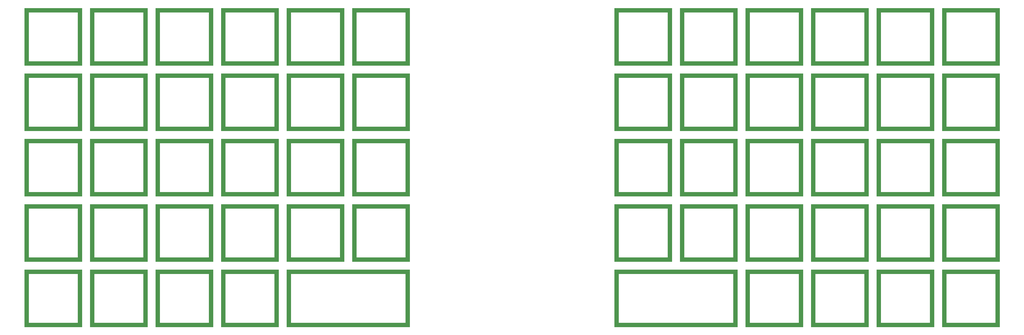
<source format=gbs>
%TF.GenerationSoftware,KiCad,Pcbnew,(5.1.10-1-10_14)*%
%TF.CreationDate,2021-08-21T09:36:11+02:00*%
%TF.ProjectId,brutal60-split,62727574-616c-4363-902d-73706c69742e,rev?*%
%TF.SameCoordinates,Original*%
%TF.FileFunction,Soldermask,Bot*%
%TF.FilePolarity,Negative*%
%FSLAX46Y46*%
G04 Gerber Fmt 4.6, Leading zero omitted, Abs format (unit mm)*
G04 Created by KiCad (PCBNEW (5.1.10-1-10_14)) date 2021-08-21 09:36:11*
%MOMM*%
%LPD*%
G01*
G04 APERTURE LIST*
%ADD10C,0.100000*%
G04 APERTURE END LIST*
D10*
G36*
X102393750Y-76676250D02*
G01*
X101203125Y-75485625D01*
X101203125Y-61198125D01*
X102393750Y-60007500D01*
X102393750Y-76676250D01*
G37*
X102393750Y-76676250D02*
X101203125Y-75485625D01*
X101203125Y-61198125D01*
X102393750Y-60007500D01*
X102393750Y-76676250D01*
G36*
X45243750Y-76676250D02*
G01*
X44053125Y-75485625D01*
X44053125Y-61198125D01*
X45243750Y-60007500D01*
X45243750Y-76676250D01*
G37*
X45243750Y-76676250D02*
X44053125Y-75485625D01*
X44053125Y-61198125D01*
X45243750Y-60007500D01*
X45243750Y-76676250D01*
G36*
X102393750Y-76676250D02*
G01*
X85725000Y-76676250D01*
X86915625Y-75485625D01*
X101203125Y-75485625D01*
X102393750Y-76676250D01*
G37*
X102393750Y-76676250D02*
X85725000Y-76676250D01*
X86915625Y-75485625D01*
X101203125Y-75485625D01*
X102393750Y-76676250D01*
G36*
X29765625Y-61198125D02*
G01*
X29765625Y-75485625D01*
X28575000Y-76676250D01*
X28575000Y-60007500D01*
X29765625Y-61198125D01*
G37*
X29765625Y-61198125D02*
X29765625Y-75485625D01*
X28575000Y-76676250D01*
X28575000Y-60007500D01*
X29765625Y-61198125D01*
G36*
X44053125Y-61198125D02*
G01*
X29765625Y-61198125D01*
X28575000Y-60007500D01*
X45243750Y-60007500D01*
X44053125Y-61198125D01*
G37*
X44053125Y-61198125D02*
X29765625Y-61198125D01*
X28575000Y-60007500D01*
X45243750Y-60007500D01*
X44053125Y-61198125D01*
G36*
X45243750Y-76676250D02*
G01*
X28575000Y-76676250D01*
X29765625Y-75485625D01*
X44053125Y-75485625D01*
X45243750Y-76676250D01*
G37*
X45243750Y-76676250D02*
X28575000Y-76676250D01*
X29765625Y-75485625D01*
X44053125Y-75485625D01*
X45243750Y-76676250D01*
G36*
X64293750Y-76676250D02*
G01*
X63103125Y-75485625D01*
X63103125Y-61198125D01*
X64293750Y-60007500D01*
X64293750Y-76676250D01*
G37*
X64293750Y-76676250D02*
X63103125Y-75485625D01*
X63103125Y-61198125D01*
X64293750Y-60007500D01*
X64293750Y-76676250D01*
G36*
X7143750Y-76676250D02*
G01*
X5953125Y-75485625D01*
X5953125Y-61198125D01*
X7143750Y-60007500D01*
X7143750Y-76676250D01*
G37*
X7143750Y-76676250D02*
X5953125Y-75485625D01*
X5953125Y-61198125D01*
X7143750Y-60007500D01*
X7143750Y-76676250D01*
G36*
X-8334375Y-61198125D02*
G01*
X-8334375Y-75485625D01*
X-9525000Y-76676250D01*
X-9525000Y-60007500D01*
X-8334375Y-61198125D01*
G37*
X-8334375Y-61198125D02*
X-8334375Y-75485625D01*
X-9525000Y-76676250D01*
X-9525000Y-60007500D01*
X-8334375Y-61198125D01*
G36*
X82153125Y-61198125D02*
G01*
X67865625Y-61198125D01*
X66675000Y-60007500D01*
X83343750Y-60007500D01*
X82153125Y-61198125D01*
G37*
X82153125Y-61198125D02*
X67865625Y-61198125D01*
X66675000Y-60007500D01*
X83343750Y-60007500D01*
X82153125Y-61198125D01*
G36*
X25003125Y-61198125D02*
G01*
X10715625Y-61198125D01*
X9525000Y-60007500D01*
X26193750Y-60007500D01*
X25003125Y-61198125D01*
G37*
X25003125Y-61198125D02*
X10715625Y-61198125D01*
X9525000Y-60007500D01*
X26193750Y-60007500D01*
X25003125Y-61198125D01*
G36*
X7143750Y-76676250D02*
G01*
X-9525000Y-76676250D01*
X-8334375Y-75485625D01*
X5953125Y-75485625D01*
X7143750Y-76676250D01*
G37*
X7143750Y-76676250D02*
X-9525000Y-76676250D01*
X-8334375Y-75485625D01*
X5953125Y-75485625D01*
X7143750Y-76676250D01*
G36*
X101203125Y-42148125D02*
G01*
X86915625Y-42148125D01*
X85725000Y-40957500D01*
X102393750Y-40957500D01*
X101203125Y-42148125D01*
G37*
X101203125Y-42148125D02*
X86915625Y-42148125D01*
X85725000Y-40957500D01*
X102393750Y-40957500D01*
X101203125Y-42148125D01*
G36*
X83343750Y-76676250D02*
G01*
X66675000Y-76676250D01*
X67865625Y-75485625D01*
X82153125Y-75485625D01*
X83343750Y-76676250D01*
G37*
X83343750Y-76676250D02*
X66675000Y-76676250D01*
X67865625Y-75485625D01*
X82153125Y-75485625D01*
X83343750Y-76676250D01*
G36*
X83343750Y-76676250D02*
G01*
X82153125Y-75485625D01*
X82153125Y-61198125D01*
X83343750Y-60007500D01*
X83343750Y-76676250D01*
G37*
X83343750Y-76676250D02*
X82153125Y-75485625D01*
X82153125Y-61198125D01*
X83343750Y-60007500D01*
X83343750Y-76676250D01*
G36*
X67865625Y-61198125D02*
G01*
X67865625Y-75485625D01*
X66675000Y-76676250D01*
X66675000Y-60007500D01*
X67865625Y-61198125D01*
G37*
X67865625Y-61198125D02*
X67865625Y-75485625D01*
X66675000Y-76676250D01*
X66675000Y-60007500D01*
X67865625Y-61198125D01*
G36*
X5953125Y-61198125D02*
G01*
X-8334375Y-61198125D01*
X-9525000Y-60007500D01*
X7143750Y-60007500D01*
X5953125Y-61198125D01*
G37*
X5953125Y-61198125D02*
X-8334375Y-61198125D01*
X-9525000Y-60007500D01*
X7143750Y-60007500D01*
X5953125Y-61198125D01*
G36*
X102393750Y-57626250D02*
G01*
X85725000Y-57626250D01*
X86915625Y-56435625D01*
X101203125Y-56435625D01*
X102393750Y-57626250D01*
G37*
X102393750Y-57626250D02*
X85725000Y-57626250D01*
X86915625Y-56435625D01*
X101203125Y-56435625D01*
X102393750Y-57626250D01*
G36*
X102393750Y-57626250D02*
G01*
X101203125Y-56435625D01*
X101203125Y-42148125D01*
X102393750Y-40957500D01*
X102393750Y-57626250D01*
G37*
X102393750Y-57626250D02*
X101203125Y-56435625D01*
X101203125Y-42148125D01*
X102393750Y-40957500D01*
X102393750Y-57626250D01*
G36*
X86915625Y-42148125D02*
G01*
X86915625Y-56435625D01*
X85725000Y-57626250D01*
X85725000Y-40957500D01*
X86915625Y-42148125D01*
G37*
X86915625Y-42148125D02*
X86915625Y-56435625D01*
X85725000Y-57626250D01*
X85725000Y-40957500D01*
X86915625Y-42148125D01*
G36*
X82153125Y-42148125D02*
G01*
X67865625Y-42148125D01*
X66675000Y-40957500D01*
X83343750Y-40957500D01*
X82153125Y-42148125D01*
G37*
X82153125Y-42148125D02*
X67865625Y-42148125D01*
X66675000Y-40957500D01*
X83343750Y-40957500D01*
X82153125Y-42148125D01*
G36*
X83343750Y-57626250D02*
G01*
X66675000Y-57626250D01*
X67865625Y-56435625D01*
X82153125Y-56435625D01*
X83343750Y-57626250D01*
G37*
X83343750Y-57626250D02*
X66675000Y-57626250D01*
X67865625Y-56435625D01*
X82153125Y-56435625D01*
X83343750Y-57626250D01*
G36*
X83343750Y-57626250D02*
G01*
X82153125Y-56435625D01*
X82153125Y-42148125D01*
X83343750Y-40957500D01*
X83343750Y-57626250D01*
G37*
X83343750Y-57626250D02*
X82153125Y-56435625D01*
X82153125Y-42148125D01*
X83343750Y-40957500D01*
X83343750Y-57626250D01*
G36*
X67865625Y-42148125D02*
G01*
X67865625Y-56435625D01*
X66675000Y-57626250D01*
X66675000Y-40957500D01*
X67865625Y-42148125D01*
G37*
X67865625Y-42148125D02*
X67865625Y-56435625D01*
X66675000Y-57626250D01*
X66675000Y-40957500D01*
X67865625Y-42148125D01*
G36*
X63103125Y-42148125D02*
G01*
X48815625Y-42148125D01*
X47625000Y-40957500D01*
X64293750Y-40957500D01*
X63103125Y-42148125D01*
G37*
X63103125Y-42148125D02*
X48815625Y-42148125D01*
X47625000Y-40957500D01*
X64293750Y-40957500D01*
X63103125Y-42148125D01*
G36*
X64293750Y-57626250D02*
G01*
X47625000Y-57626250D01*
X48815625Y-56435625D01*
X63103125Y-56435625D01*
X64293750Y-57626250D01*
G37*
X64293750Y-57626250D02*
X47625000Y-57626250D01*
X48815625Y-56435625D01*
X63103125Y-56435625D01*
X64293750Y-57626250D01*
G36*
X64293750Y-57626250D02*
G01*
X63103125Y-56435625D01*
X63103125Y-42148125D01*
X64293750Y-40957500D01*
X64293750Y-57626250D01*
G37*
X64293750Y-57626250D02*
X63103125Y-56435625D01*
X63103125Y-42148125D01*
X64293750Y-40957500D01*
X64293750Y-57626250D01*
G36*
X48815625Y-42148125D02*
G01*
X48815625Y-56435625D01*
X47625000Y-57626250D01*
X47625000Y-40957500D01*
X48815625Y-42148125D01*
G37*
X48815625Y-42148125D02*
X48815625Y-56435625D01*
X47625000Y-57626250D01*
X47625000Y-40957500D01*
X48815625Y-42148125D01*
G36*
X44053125Y-42148125D02*
G01*
X29765625Y-42148125D01*
X28575000Y-40957500D01*
X45243750Y-40957500D01*
X44053125Y-42148125D01*
G37*
X44053125Y-42148125D02*
X29765625Y-42148125D01*
X28575000Y-40957500D01*
X45243750Y-40957500D01*
X44053125Y-42148125D01*
G36*
X45243750Y-57626250D02*
G01*
X28575000Y-57626250D01*
X29765625Y-56435625D01*
X44053125Y-56435625D01*
X45243750Y-57626250D01*
G37*
X45243750Y-57626250D02*
X28575000Y-57626250D01*
X29765625Y-56435625D01*
X44053125Y-56435625D01*
X45243750Y-57626250D01*
G36*
X45243750Y-57626250D02*
G01*
X44053125Y-56435625D01*
X44053125Y-42148125D01*
X45243750Y-40957500D01*
X45243750Y-57626250D01*
G37*
X45243750Y-57626250D02*
X44053125Y-56435625D01*
X44053125Y-42148125D01*
X45243750Y-40957500D01*
X45243750Y-57626250D01*
G36*
X29765625Y-42148125D02*
G01*
X29765625Y-56435625D01*
X28575000Y-57626250D01*
X28575000Y-40957500D01*
X29765625Y-42148125D01*
G37*
X29765625Y-42148125D02*
X29765625Y-56435625D01*
X28575000Y-57626250D01*
X28575000Y-40957500D01*
X29765625Y-42148125D01*
G36*
X25003125Y-42148125D02*
G01*
X10715625Y-42148125D01*
X9525000Y-40957500D01*
X26193750Y-40957500D01*
X25003125Y-42148125D01*
G37*
X25003125Y-42148125D02*
X10715625Y-42148125D01*
X9525000Y-40957500D01*
X26193750Y-40957500D01*
X25003125Y-42148125D01*
G36*
X26193750Y-57626250D02*
G01*
X9525000Y-57626250D01*
X10715625Y-56435625D01*
X25003125Y-56435625D01*
X26193750Y-57626250D01*
G37*
X26193750Y-57626250D02*
X9525000Y-57626250D01*
X10715625Y-56435625D01*
X25003125Y-56435625D01*
X26193750Y-57626250D01*
G36*
X26193750Y-57626250D02*
G01*
X25003125Y-56435625D01*
X25003125Y-42148125D01*
X26193750Y-40957500D01*
X26193750Y-57626250D01*
G37*
X26193750Y-57626250D02*
X25003125Y-56435625D01*
X25003125Y-42148125D01*
X26193750Y-40957500D01*
X26193750Y-57626250D01*
G36*
X10715625Y-42148125D02*
G01*
X10715625Y-56435625D01*
X9525000Y-57626250D01*
X9525000Y-40957500D01*
X10715625Y-42148125D01*
G37*
X10715625Y-42148125D02*
X10715625Y-56435625D01*
X9525000Y-57626250D01*
X9525000Y-40957500D01*
X10715625Y-42148125D01*
G36*
X7143750Y-57626250D02*
G01*
X-9525000Y-57626250D01*
X-8334375Y-56435625D01*
X5953125Y-56435625D01*
X7143750Y-57626250D01*
G37*
X7143750Y-57626250D02*
X-9525000Y-57626250D01*
X-8334375Y-56435625D01*
X5953125Y-56435625D01*
X7143750Y-57626250D01*
G36*
X5953125Y-42148125D02*
G01*
X-8334375Y-42148125D01*
X-9525000Y-40957500D01*
X7143750Y-40957500D01*
X5953125Y-42148125D01*
G37*
X5953125Y-42148125D02*
X-8334375Y-42148125D01*
X-9525000Y-40957500D01*
X7143750Y-40957500D01*
X5953125Y-42148125D01*
G36*
X-8334375Y-42148125D02*
G01*
X-8334375Y-56435625D01*
X-9525000Y-57626250D01*
X-9525000Y-40957500D01*
X-8334375Y-42148125D01*
G37*
X-8334375Y-42148125D02*
X-8334375Y-56435625D01*
X-9525000Y-57626250D01*
X-9525000Y-40957500D01*
X-8334375Y-42148125D01*
G36*
X7143750Y-57626250D02*
G01*
X5953125Y-56435625D01*
X5953125Y-42148125D01*
X7143750Y-40957500D01*
X7143750Y-57626250D01*
G37*
X7143750Y-57626250D02*
X5953125Y-56435625D01*
X5953125Y-42148125D01*
X7143750Y-40957500D01*
X7143750Y-57626250D01*
G36*
X26193750Y-76676250D02*
G01*
X9525000Y-76676250D01*
X10715625Y-75485625D01*
X25003125Y-75485625D01*
X26193750Y-76676250D01*
G37*
X26193750Y-76676250D02*
X9525000Y-76676250D01*
X10715625Y-75485625D01*
X25003125Y-75485625D01*
X26193750Y-76676250D01*
G36*
X101203125Y-61198125D02*
G01*
X86915625Y-61198125D01*
X85725000Y-60007500D01*
X102393750Y-60007500D01*
X101203125Y-61198125D01*
G37*
X101203125Y-61198125D02*
X86915625Y-61198125D01*
X85725000Y-60007500D01*
X102393750Y-60007500D01*
X101203125Y-61198125D01*
G36*
X63103125Y-118348125D02*
G01*
X48815625Y-118348125D01*
X47625000Y-117157500D01*
X64293750Y-117157500D01*
X63103125Y-118348125D01*
G37*
X63103125Y-118348125D02*
X48815625Y-118348125D01*
X47625000Y-117157500D01*
X64293750Y-117157500D01*
X63103125Y-118348125D01*
G36*
X48815625Y-118348125D02*
G01*
X48815625Y-132635625D01*
X47625000Y-133826250D01*
X47625000Y-117157500D01*
X48815625Y-118348125D01*
G37*
X48815625Y-118348125D02*
X48815625Y-132635625D01*
X47625000Y-133826250D01*
X47625000Y-117157500D01*
X48815625Y-118348125D01*
G36*
X26193750Y-133826250D02*
G01*
X25003125Y-132635625D01*
X25003125Y-118348125D01*
X26193750Y-117157500D01*
X26193750Y-133826250D01*
G37*
X26193750Y-133826250D02*
X25003125Y-132635625D01*
X25003125Y-118348125D01*
X26193750Y-117157500D01*
X26193750Y-133826250D01*
G36*
X64293750Y-133826250D02*
G01*
X63103125Y-132635625D01*
X63103125Y-118348125D01*
X64293750Y-117157500D01*
X64293750Y-133826250D01*
G37*
X64293750Y-133826250D02*
X63103125Y-132635625D01*
X63103125Y-118348125D01*
X64293750Y-117157500D01*
X64293750Y-133826250D01*
G36*
X26193750Y-133826250D02*
G01*
X9525000Y-133826250D01*
X10715625Y-132635625D01*
X25003125Y-132635625D01*
X26193750Y-133826250D01*
G37*
X26193750Y-133826250D02*
X9525000Y-133826250D01*
X10715625Y-132635625D01*
X25003125Y-132635625D01*
X26193750Y-133826250D01*
G36*
X25003125Y-118348125D02*
G01*
X10715625Y-118348125D01*
X9525000Y-117157500D01*
X26193750Y-117157500D01*
X25003125Y-118348125D01*
G37*
X25003125Y-118348125D02*
X10715625Y-118348125D01*
X9525000Y-117157500D01*
X26193750Y-117157500D01*
X25003125Y-118348125D01*
G36*
X7143750Y-133826250D02*
G01*
X5953125Y-132635625D01*
X5953125Y-118348125D01*
X7143750Y-117157500D01*
X7143750Y-133826250D01*
G37*
X7143750Y-133826250D02*
X5953125Y-132635625D01*
X5953125Y-118348125D01*
X7143750Y-117157500D01*
X7143750Y-133826250D01*
G36*
X-8334375Y-118348125D02*
G01*
X-8334375Y-132635625D01*
X-9525000Y-133826250D01*
X-9525000Y-117157500D01*
X-8334375Y-118348125D01*
G37*
X-8334375Y-118348125D02*
X-8334375Y-132635625D01*
X-9525000Y-133826250D01*
X-9525000Y-117157500D01*
X-8334375Y-118348125D01*
G36*
X29765625Y-118348125D02*
G01*
X29765625Y-132635625D01*
X28575000Y-133826250D01*
X28575000Y-117157500D01*
X29765625Y-118348125D01*
G37*
X29765625Y-118348125D02*
X29765625Y-132635625D01*
X28575000Y-133826250D01*
X28575000Y-117157500D01*
X29765625Y-118348125D01*
G36*
X44053125Y-118348125D02*
G01*
X29765625Y-118348125D01*
X28575000Y-117157500D01*
X45243750Y-117157500D01*
X44053125Y-118348125D01*
G37*
X44053125Y-118348125D02*
X29765625Y-118348125D01*
X28575000Y-117157500D01*
X45243750Y-117157500D01*
X44053125Y-118348125D01*
G36*
X45243750Y-133826250D02*
G01*
X28575000Y-133826250D01*
X29765625Y-132635625D01*
X44053125Y-132635625D01*
X45243750Y-133826250D01*
G37*
X45243750Y-133826250D02*
X28575000Y-133826250D01*
X29765625Y-132635625D01*
X44053125Y-132635625D01*
X45243750Y-133826250D01*
G36*
X102393750Y-133826250D02*
G01*
X101203125Y-132635625D01*
X101203125Y-118348125D01*
X102393750Y-117157500D01*
X102393750Y-133826250D01*
G37*
X102393750Y-133826250D02*
X101203125Y-132635625D01*
X101203125Y-118348125D01*
X102393750Y-117157500D01*
X102393750Y-133826250D01*
G36*
X45243750Y-133826250D02*
G01*
X44053125Y-132635625D01*
X44053125Y-118348125D01*
X45243750Y-117157500D01*
X45243750Y-133826250D01*
G37*
X45243750Y-133826250D02*
X44053125Y-132635625D01*
X44053125Y-118348125D01*
X45243750Y-117157500D01*
X45243750Y-133826250D01*
G36*
X67865625Y-118348125D02*
G01*
X67865625Y-132635625D01*
X66675000Y-133826250D01*
X66675000Y-117157500D01*
X67865625Y-118348125D01*
G37*
X67865625Y-118348125D02*
X67865625Y-132635625D01*
X66675000Y-133826250D01*
X66675000Y-117157500D01*
X67865625Y-118348125D01*
G36*
X5953125Y-118348125D02*
G01*
X-8334375Y-118348125D01*
X-9525000Y-117157500D01*
X7143750Y-117157500D01*
X5953125Y-118348125D01*
G37*
X5953125Y-118348125D02*
X-8334375Y-118348125D01*
X-9525000Y-117157500D01*
X7143750Y-117157500D01*
X5953125Y-118348125D01*
G36*
X7143750Y-133826250D02*
G01*
X-9525000Y-133826250D01*
X-8334375Y-132635625D01*
X5953125Y-132635625D01*
X7143750Y-133826250D01*
G37*
X7143750Y-133826250D02*
X-9525000Y-133826250D01*
X-8334375Y-132635625D01*
X5953125Y-132635625D01*
X7143750Y-133826250D01*
G36*
X64293750Y-114776250D02*
G01*
X47625000Y-114776250D01*
X48815625Y-113585625D01*
X63103125Y-113585625D01*
X64293750Y-114776250D01*
G37*
X64293750Y-114776250D02*
X47625000Y-114776250D01*
X48815625Y-113585625D01*
X63103125Y-113585625D01*
X64293750Y-114776250D01*
G36*
X10715625Y-99298125D02*
G01*
X10715625Y-113585625D01*
X9525000Y-114776250D01*
X9525000Y-98107500D01*
X10715625Y-99298125D01*
G37*
X10715625Y-99298125D02*
X10715625Y-113585625D01*
X9525000Y-114776250D01*
X9525000Y-98107500D01*
X10715625Y-99298125D01*
G36*
X63103125Y-99298125D02*
G01*
X48815625Y-99298125D01*
X47625000Y-98107500D01*
X64293750Y-98107500D01*
X63103125Y-99298125D01*
G37*
X63103125Y-99298125D02*
X48815625Y-99298125D01*
X47625000Y-98107500D01*
X64293750Y-98107500D01*
X63103125Y-99298125D01*
G36*
X48815625Y-99298125D02*
G01*
X48815625Y-113585625D01*
X47625000Y-114776250D01*
X47625000Y-98107500D01*
X48815625Y-99298125D01*
G37*
X48815625Y-99298125D02*
X48815625Y-113585625D01*
X47625000Y-114776250D01*
X47625000Y-98107500D01*
X48815625Y-99298125D01*
G36*
X26193750Y-114776250D02*
G01*
X25003125Y-113585625D01*
X25003125Y-99298125D01*
X26193750Y-98107500D01*
X26193750Y-114776250D01*
G37*
X26193750Y-114776250D02*
X25003125Y-113585625D01*
X25003125Y-99298125D01*
X26193750Y-98107500D01*
X26193750Y-114776250D01*
G36*
X86915625Y-99298125D02*
G01*
X86915625Y-113585625D01*
X85725000Y-114776250D01*
X85725000Y-98107500D01*
X86915625Y-99298125D01*
G37*
X86915625Y-99298125D02*
X86915625Y-113585625D01*
X85725000Y-114776250D01*
X85725000Y-98107500D01*
X86915625Y-99298125D01*
G36*
X64293750Y-114776250D02*
G01*
X63103125Y-113585625D01*
X63103125Y-99298125D01*
X64293750Y-98107500D01*
X64293750Y-114776250D01*
G37*
X64293750Y-114776250D02*
X63103125Y-113585625D01*
X63103125Y-99298125D01*
X64293750Y-98107500D01*
X64293750Y-114776250D01*
G36*
X26193750Y-114776250D02*
G01*
X9525000Y-114776250D01*
X10715625Y-113585625D01*
X25003125Y-113585625D01*
X26193750Y-114776250D01*
G37*
X26193750Y-114776250D02*
X9525000Y-114776250D01*
X10715625Y-113585625D01*
X25003125Y-113585625D01*
X26193750Y-114776250D01*
G36*
X101203125Y-99298125D02*
G01*
X86915625Y-99298125D01*
X85725000Y-98107500D01*
X102393750Y-98107500D01*
X101203125Y-99298125D01*
G37*
X101203125Y-99298125D02*
X86915625Y-99298125D01*
X85725000Y-98107500D01*
X102393750Y-98107500D01*
X101203125Y-99298125D01*
G36*
X25003125Y-99298125D02*
G01*
X10715625Y-99298125D01*
X9525000Y-98107500D01*
X26193750Y-98107500D01*
X25003125Y-99298125D01*
G37*
X25003125Y-99298125D02*
X10715625Y-99298125D01*
X9525000Y-98107500D01*
X26193750Y-98107500D01*
X25003125Y-99298125D01*
G36*
X7143750Y-114776250D02*
G01*
X5953125Y-113585625D01*
X5953125Y-99298125D01*
X7143750Y-98107500D01*
X7143750Y-114776250D01*
G37*
X7143750Y-114776250D02*
X5953125Y-113585625D01*
X5953125Y-99298125D01*
X7143750Y-98107500D01*
X7143750Y-114776250D01*
G36*
X-8334375Y-99298125D02*
G01*
X-8334375Y-113585625D01*
X-9525000Y-114776250D01*
X-9525000Y-98107500D01*
X-8334375Y-99298125D01*
G37*
X-8334375Y-99298125D02*
X-8334375Y-113585625D01*
X-9525000Y-114776250D01*
X-9525000Y-98107500D01*
X-8334375Y-99298125D01*
G36*
X82153125Y-99298125D02*
G01*
X67865625Y-99298125D01*
X66675000Y-98107500D01*
X83343750Y-98107500D01*
X82153125Y-99298125D01*
G37*
X82153125Y-99298125D02*
X67865625Y-99298125D01*
X66675000Y-98107500D01*
X83343750Y-98107500D01*
X82153125Y-99298125D01*
G36*
X102393750Y-114776250D02*
G01*
X85725000Y-114776250D01*
X86915625Y-113585625D01*
X101203125Y-113585625D01*
X102393750Y-114776250D01*
G37*
X102393750Y-114776250D02*
X85725000Y-114776250D01*
X86915625Y-113585625D01*
X101203125Y-113585625D01*
X102393750Y-114776250D01*
G36*
X29765625Y-99298125D02*
G01*
X29765625Y-113585625D01*
X28575000Y-114776250D01*
X28575000Y-98107500D01*
X29765625Y-99298125D01*
G37*
X29765625Y-99298125D02*
X29765625Y-113585625D01*
X28575000Y-114776250D01*
X28575000Y-98107500D01*
X29765625Y-99298125D01*
G36*
X44053125Y-99298125D02*
G01*
X29765625Y-99298125D01*
X28575000Y-98107500D01*
X45243750Y-98107500D01*
X44053125Y-99298125D01*
G37*
X44053125Y-99298125D02*
X29765625Y-99298125D01*
X28575000Y-98107500D01*
X45243750Y-98107500D01*
X44053125Y-99298125D01*
G36*
X45243750Y-114776250D02*
G01*
X28575000Y-114776250D01*
X29765625Y-113585625D01*
X44053125Y-113585625D01*
X45243750Y-114776250D01*
G37*
X45243750Y-114776250D02*
X28575000Y-114776250D01*
X29765625Y-113585625D01*
X44053125Y-113585625D01*
X45243750Y-114776250D01*
G36*
X102393750Y-114776250D02*
G01*
X101203125Y-113585625D01*
X101203125Y-99298125D01*
X102393750Y-98107500D01*
X102393750Y-114776250D01*
G37*
X102393750Y-114776250D02*
X101203125Y-113585625D01*
X101203125Y-99298125D01*
X102393750Y-98107500D01*
X102393750Y-114776250D01*
G36*
X45243750Y-114776250D02*
G01*
X44053125Y-113585625D01*
X44053125Y-99298125D01*
X45243750Y-98107500D01*
X45243750Y-114776250D01*
G37*
X45243750Y-114776250D02*
X44053125Y-113585625D01*
X44053125Y-99298125D01*
X45243750Y-98107500D01*
X45243750Y-114776250D01*
G36*
X83343750Y-114776250D02*
G01*
X66675000Y-114776250D01*
X67865625Y-113585625D01*
X82153125Y-113585625D01*
X83343750Y-114776250D01*
G37*
X83343750Y-114776250D02*
X66675000Y-114776250D01*
X67865625Y-113585625D01*
X82153125Y-113585625D01*
X83343750Y-114776250D01*
G36*
X83343750Y-114776250D02*
G01*
X82153125Y-113585625D01*
X82153125Y-99298125D01*
X83343750Y-98107500D01*
X83343750Y-114776250D01*
G37*
X83343750Y-114776250D02*
X82153125Y-113585625D01*
X82153125Y-99298125D01*
X83343750Y-98107500D01*
X83343750Y-114776250D01*
G36*
X67865625Y-99298125D02*
G01*
X67865625Y-113585625D01*
X66675000Y-114776250D01*
X66675000Y-98107500D01*
X67865625Y-99298125D01*
G37*
X67865625Y-99298125D02*
X67865625Y-113585625D01*
X66675000Y-114776250D01*
X66675000Y-98107500D01*
X67865625Y-99298125D01*
G36*
X5953125Y-99298125D02*
G01*
X-8334375Y-99298125D01*
X-9525000Y-98107500D01*
X7143750Y-98107500D01*
X5953125Y-99298125D01*
G37*
X5953125Y-99298125D02*
X-8334375Y-99298125D01*
X-9525000Y-98107500D01*
X7143750Y-98107500D01*
X5953125Y-99298125D01*
G36*
X7143750Y-114776250D02*
G01*
X-9525000Y-114776250D01*
X-8334375Y-113585625D01*
X5953125Y-113585625D01*
X7143750Y-114776250D01*
G37*
X7143750Y-114776250D02*
X-9525000Y-114776250D01*
X-8334375Y-113585625D01*
X5953125Y-113585625D01*
X7143750Y-114776250D01*
G36*
X64293750Y-95726250D02*
G01*
X47625000Y-95726250D01*
X48815625Y-94535625D01*
X63103125Y-94535625D01*
X64293750Y-95726250D01*
G37*
X64293750Y-95726250D02*
X47625000Y-95726250D01*
X48815625Y-94535625D01*
X63103125Y-94535625D01*
X64293750Y-95726250D01*
G36*
X10715625Y-80248125D02*
G01*
X10715625Y-94535625D01*
X9525000Y-95726250D01*
X9525000Y-79057500D01*
X10715625Y-80248125D01*
G37*
X10715625Y-80248125D02*
X10715625Y-94535625D01*
X9525000Y-95726250D01*
X9525000Y-79057500D01*
X10715625Y-80248125D01*
G36*
X63103125Y-80248125D02*
G01*
X48815625Y-80248125D01*
X47625000Y-79057500D01*
X64293750Y-79057500D01*
X63103125Y-80248125D01*
G37*
X63103125Y-80248125D02*
X48815625Y-80248125D01*
X47625000Y-79057500D01*
X64293750Y-79057500D01*
X63103125Y-80248125D01*
G36*
X48815625Y-80248125D02*
G01*
X48815625Y-94535625D01*
X47625000Y-95726250D01*
X47625000Y-79057500D01*
X48815625Y-80248125D01*
G37*
X48815625Y-80248125D02*
X48815625Y-94535625D01*
X47625000Y-95726250D01*
X47625000Y-79057500D01*
X48815625Y-80248125D01*
G36*
X26193750Y-95726250D02*
G01*
X25003125Y-94535625D01*
X25003125Y-80248125D01*
X26193750Y-79057500D01*
X26193750Y-95726250D01*
G37*
X26193750Y-95726250D02*
X25003125Y-94535625D01*
X25003125Y-80248125D01*
X26193750Y-79057500D01*
X26193750Y-95726250D01*
G36*
X86915625Y-80248125D02*
G01*
X86915625Y-94535625D01*
X85725000Y-95726250D01*
X85725000Y-79057500D01*
X86915625Y-80248125D01*
G37*
X86915625Y-80248125D02*
X86915625Y-94535625D01*
X85725000Y-95726250D01*
X85725000Y-79057500D01*
X86915625Y-80248125D01*
G36*
X64293750Y-95726250D02*
G01*
X63103125Y-94535625D01*
X63103125Y-80248125D01*
X64293750Y-79057500D01*
X64293750Y-95726250D01*
G37*
X64293750Y-95726250D02*
X63103125Y-94535625D01*
X63103125Y-80248125D01*
X64293750Y-79057500D01*
X64293750Y-95726250D01*
G36*
X26193750Y-95726250D02*
G01*
X9525000Y-95726250D01*
X10715625Y-94535625D01*
X25003125Y-94535625D01*
X26193750Y-95726250D01*
G37*
X26193750Y-95726250D02*
X9525000Y-95726250D01*
X10715625Y-94535625D01*
X25003125Y-94535625D01*
X26193750Y-95726250D01*
G36*
X101203125Y-80248125D02*
G01*
X86915625Y-80248125D01*
X85725000Y-79057500D01*
X102393750Y-79057500D01*
X101203125Y-80248125D01*
G37*
X101203125Y-80248125D02*
X86915625Y-80248125D01*
X85725000Y-79057500D01*
X102393750Y-79057500D01*
X101203125Y-80248125D01*
G36*
X25003125Y-80248125D02*
G01*
X10715625Y-80248125D01*
X9525000Y-79057500D01*
X26193750Y-79057500D01*
X25003125Y-80248125D01*
G37*
X25003125Y-80248125D02*
X10715625Y-80248125D01*
X9525000Y-79057500D01*
X26193750Y-79057500D01*
X25003125Y-80248125D01*
G36*
X7143750Y-95726250D02*
G01*
X5953125Y-94535625D01*
X5953125Y-80248125D01*
X7143750Y-79057500D01*
X7143750Y-95726250D01*
G37*
X7143750Y-95726250D02*
X5953125Y-94535625D01*
X5953125Y-80248125D01*
X7143750Y-79057500D01*
X7143750Y-95726250D01*
G36*
X-8334375Y-80248125D02*
G01*
X-8334375Y-94535625D01*
X-9525000Y-95726250D01*
X-9525000Y-79057500D01*
X-8334375Y-80248125D01*
G37*
X-8334375Y-80248125D02*
X-8334375Y-94535625D01*
X-9525000Y-95726250D01*
X-9525000Y-79057500D01*
X-8334375Y-80248125D01*
G36*
X82153125Y-80248125D02*
G01*
X67865625Y-80248125D01*
X66675000Y-79057500D01*
X83343750Y-79057500D01*
X82153125Y-80248125D01*
G37*
X82153125Y-80248125D02*
X67865625Y-80248125D01*
X66675000Y-79057500D01*
X83343750Y-79057500D01*
X82153125Y-80248125D01*
G36*
X102393750Y-95726250D02*
G01*
X85725000Y-95726250D01*
X86915625Y-94535625D01*
X101203125Y-94535625D01*
X102393750Y-95726250D01*
G37*
X102393750Y-95726250D02*
X85725000Y-95726250D01*
X86915625Y-94535625D01*
X101203125Y-94535625D01*
X102393750Y-95726250D01*
G36*
X29765625Y-80248125D02*
G01*
X29765625Y-94535625D01*
X28575000Y-95726250D01*
X28575000Y-79057500D01*
X29765625Y-80248125D01*
G37*
X29765625Y-80248125D02*
X29765625Y-94535625D01*
X28575000Y-95726250D01*
X28575000Y-79057500D01*
X29765625Y-80248125D01*
G36*
X44053125Y-80248125D02*
G01*
X29765625Y-80248125D01*
X28575000Y-79057500D01*
X45243750Y-79057500D01*
X44053125Y-80248125D01*
G37*
X44053125Y-80248125D02*
X29765625Y-80248125D01*
X28575000Y-79057500D01*
X45243750Y-79057500D01*
X44053125Y-80248125D01*
G36*
X45243750Y-95726250D02*
G01*
X28575000Y-95726250D01*
X29765625Y-94535625D01*
X44053125Y-94535625D01*
X45243750Y-95726250D01*
G37*
X45243750Y-95726250D02*
X28575000Y-95726250D01*
X29765625Y-94535625D01*
X44053125Y-94535625D01*
X45243750Y-95726250D01*
G36*
X102393750Y-95726250D02*
G01*
X101203125Y-94535625D01*
X101203125Y-80248125D01*
X102393750Y-79057500D01*
X102393750Y-95726250D01*
G37*
X102393750Y-95726250D02*
X101203125Y-94535625D01*
X101203125Y-80248125D01*
X102393750Y-79057500D01*
X102393750Y-95726250D01*
G36*
X45243750Y-95726250D02*
G01*
X44053125Y-94535625D01*
X44053125Y-80248125D01*
X45243750Y-79057500D01*
X45243750Y-95726250D01*
G37*
X45243750Y-95726250D02*
X44053125Y-94535625D01*
X44053125Y-80248125D01*
X45243750Y-79057500D01*
X45243750Y-95726250D01*
G36*
X83343750Y-95726250D02*
G01*
X66675000Y-95726250D01*
X67865625Y-94535625D01*
X82153125Y-94535625D01*
X83343750Y-95726250D01*
G37*
X83343750Y-95726250D02*
X66675000Y-95726250D01*
X67865625Y-94535625D01*
X82153125Y-94535625D01*
X83343750Y-95726250D01*
G36*
X83343750Y-95726250D02*
G01*
X82153125Y-94535625D01*
X82153125Y-80248125D01*
X83343750Y-79057500D01*
X83343750Y-95726250D01*
G37*
X83343750Y-95726250D02*
X82153125Y-94535625D01*
X82153125Y-80248125D01*
X83343750Y-79057500D01*
X83343750Y-95726250D01*
G36*
X67865625Y-80248125D02*
G01*
X67865625Y-94535625D01*
X66675000Y-95726250D01*
X66675000Y-79057500D01*
X67865625Y-80248125D01*
G37*
X67865625Y-80248125D02*
X67865625Y-94535625D01*
X66675000Y-95726250D01*
X66675000Y-79057500D01*
X67865625Y-80248125D01*
G36*
X5953125Y-80248125D02*
G01*
X-8334375Y-80248125D01*
X-9525000Y-79057500D01*
X7143750Y-79057500D01*
X5953125Y-80248125D01*
G37*
X5953125Y-80248125D02*
X-8334375Y-80248125D01*
X-9525000Y-79057500D01*
X7143750Y-79057500D01*
X5953125Y-80248125D01*
G36*
X7143750Y-95726250D02*
G01*
X-9525000Y-95726250D01*
X-8334375Y-94535625D01*
X5953125Y-94535625D01*
X7143750Y-95726250D01*
G37*
X7143750Y-95726250D02*
X-9525000Y-95726250D01*
X-8334375Y-94535625D01*
X5953125Y-94535625D01*
X7143750Y-95726250D01*
G36*
X64293750Y-76676250D02*
G01*
X47625000Y-76676250D01*
X48815625Y-75485625D01*
X63103125Y-75485625D01*
X64293750Y-76676250D01*
G37*
X64293750Y-76676250D02*
X47625000Y-76676250D01*
X48815625Y-75485625D01*
X63103125Y-75485625D01*
X64293750Y-76676250D01*
G36*
X10715625Y-61198125D02*
G01*
X10715625Y-75485625D01*
X9525000Y-76676250D01*
X9525000Y-60007500D01*
X10715625Y-61198125D01*
G37*
X10715625Y-61198125D02*
X10715625Y-75485625D01*
X9525000Y-76676250D01*
X9525000Y-60007500D01*
X10715625Y-61198125D01*
G36*
X63103125Y-61198125D02*
G01*
X48815625Y-61198125D01*
X47625000Y-60007500D01*
X64293750Y-60007500D01*
X63103125Y-61198125D01*
G37*
X63103125Y-61198125D02*
X48815625Y-61198125D01*
X47625000Y-60007500D01*
X64293750Y-60007500D01*
X63103125Y-61198125D01*
G36*
X48815625Y-61198125D02*
G01*
X48815625Y-75485625D01*
X47625000Y-76676250D01*
X47625000Y-60007500D01*
X48815625Y-61198125D01*
G37*
X48815625Y-61198125D02*
X48815625Y-75485625D01*
X47625000Y-76676250D01*
X47625000Y-60007500D01*
X48815625Y-61198125D01*
G36*
X26193750Y-76676250D02*
G01*
X25003125Y-75485625D01*
X25003125Y-61198125D01*
X26193750Y-60007500D01*
X26193750Y-76676250D01*
G37*
X26193750Y-76676250D02*
X25003125Y-75485625D01*
X25003125Y-61198125D01*
X26193750Y-60007500D01*
X26193750Y-76676250D01*
G36*
X86915625Y-61198125D02*
G01*
X86915625Y-75485625D01*
X85725000Y-76676250D01*
X85725000Y-60007500D01*
X86915625Y-61198125D01*
G37*
X86915625Y-61198125D02*
X86915625Y-75485625D01*
X85725000Y-76676250D01*
X85725000Y-60007500D01*
X86915625Y-61198125D01*
G36*
X273843750Y-95726250D02*
G01*
X257175000Y-95726250D01*
X258365625Y-94535625D01*
X272653125Y-94535625D01*
X273843750Y-95726250D01*
G37*
X273843750Y-95726250D02*
X257175000Y-95726250D01*
X258365625Y-94535625D01*
X272653125Y-94535625D01*
X273843750Y-95726250D01*
G36*
X201215625Y-80248125D02*
G01*
X201215625Y-94535625D01*
X200025000Y-95726250D01*
X200025000Y-79057500D01*
X201215625Y-80248125D01*
G37*
X201215625Y-80248125D02*
X201215625Y-94535625D01*
X200025000Y-95726250D01*
X200025000Y-79057500D01*
X201215625Y-80248125D01*
G36*
X253603125Y-80248125D02*
G01*
X239315625Y-80248125D01*
X238125000Y-79057500D01*
X254793750Y-79057500D01*
X253603125Y-80248125D01*
G37*
X253603125Y-80248125D02*
X239315625Y-80248125D01*
X238125000Y-79057500D01*
X254793750Y-79057500D01*
X253603125Y-80248125D01*
G36*
X201215625Y-118348125D02*
G01*
X201215625Y-132635625D01*
X200025000Y-133826250D01*
X200025000Y-117157500D01*
X201215625Y-118348125D01*
G37*
X201215625Y-118348125D02*
X201215625Y-132635625D01*
X200025000Y-133826250D01*
X200025000Y-117157500D01*
X201215625Y-118348125D01*
G36*
X197643750Y-95726250D02*
G01*
X180975000Y-95726250D01*
X182165625Y-94535625D01*
X196453125Y-94535625D01*
X197643750Y-95726250D01*
G37*
X197643750Y-95726250D02*
X180975000Y-95726250D01*
X182165625Y-94535625D01*
X196453125Y-94535625D01*
X197643750Y-95726250D01*
G36*
X215503125Y-118348125D02*
G01*
X201215625Y-118348125D01*
X200025000Y-117157500D01*
X216693750Y-117157500D01*
X215503125Y-118348125D01*
G37*
X215503125Y-118348125D02*
X201215625Y-118348125D01*
X200025000Y-117157500D01*
X216693750Y-117157500D01*
X215503125Y-118348125D01*
G36*
X216693750Y-133826250D02*
G01*
X200025000Y-133826250D01*
X201215625Y-132635625D01*
X215503125Y-132635625D01*
X216693750Y-133826250D01*
G37*
X216693750Y-133826250D02*
X200025000Y-133826250D01*
X201215625Y-132635625D01*
X215503125Y-132635625D01*
X216693750Y-133826250D01*
G36*
X254793750Y-57626250D02*
G01*
X238125000Y-57626250D01*
X239315625Y-56435625D01*
X253603125Y-56435625D01*
X254793750Y-57626250D01*
G37*
X254793750Y-57626250D02*
X238125000Y-57626250D01*
X239315625Y-56435625D01*
X253603125Y-56435625D01*
X254793750Y-57626250D01*
G36*
X254793750Y-57626250D02*
G01*
X253603125Y-56435625D01*
X253603125Y-42148125D01*
X254793750Y-40957500D01*
X254793750Y-57626250D01*
G37*
X254793750Y-57626250D02*
X253603125Y-56435625D01*
X253603125Y-42148125D01*
X254793750Y-40957500D01*
X254793750Y-57626250D01*
G36*
X216693750Y-95726250D02*
G01*
X215503125Y-94535625D01*
X215503125Y-80248125D01*
X216693750Y-79057500D01*
X216693750Y-95726250D01*
G37*
X216693750Y-95726250D02*
X215503125Y-94535625D01*
X215503125Y-80248125D01*
X216693750Y-79057500D01*
X216693750Y-95726250D01*
G36*
X64293750Y-133826250D02*
G01*
X47625000Y-133826250D01*
X48815625Y-132635625D01*
X63103125Y-132635625D01*
X64293750Y-133826250D01*
G37*
X64293750Y-133826250D02*
X47625000Y-133826250D01*
X48815625Y-132635625D01*
X63103125Y-132635625D01*
X64293750Y-133826250D01*
G36*
X10715625Y-118348125D02*
G01*
X10715625Y-132635625D01*
X9525000Y-133826250D01*
X9525000Y-117157500D01*
X10715625Y-118348125D01*
G37*
X10715625Y-118348125D02*
X10715625Y-132635625D01*
X9525000Y-133826250D01*
X9525000Y-117157500D01*
X10715625Y-118348125D01*
G36*
X273843750Y-57626250D02*
G01*
X257175000Y-57626250D01*
X258365625Y-56435625D01*
X272653125Y-56435625D01*
X273843750Y-57626250D01*
G37*
X273843750Y-57626250D02*
X257175000Y-57626250D01*
X258365625Y-56435625D01*
X272653125Y-56435625D01*
X273843750Y-57626250D01*
G36*
X201215625Y-42148125D02*
G01*
X201215625Y-56435625D01*
X200025000Y-57626250D01*
X200025000Y-40957500D01*
X201215625Y-42148125D01*
G37*
X201215625Y-42148125D02*
X201215625Y-56435625D01*
X200025000Y-57626250D01*
X200025000Y-40957500D01*
X201215625Y-42148125D01*
G36*
X215503125Y-80248125D02*
G01*
X201215625Y-80248125D01*
X200025000Y-79057500D01*
X216693750Y-79057500D01*
X215503125Y-80248125D01*
G37*
X215503125Y-80248125D02*
X201215625Y-80248125D01*
X200025000Y-79057500D01*
X216693750Y-79057500D01*
X215503125Y-80248125D01*
G36*
X254793750Y-95726250D02*
G01*
X238125000Y-95726250D01*
X239315625Y-94535625D01*
X253603125Y-94535625D01*
X254793750Y-95726250D01*
G37*
X254793750Y-95726250D02*
X238125000Y-95726250D01*
X239315625Y-94535625D01*
X253603125Y-94535625D01*
X254793750Y-95726250D01*
G36*
X254793750Y-95726250D02*
G01*
X253603125Y-94535625D01*
X253603125Y-80248125D01*
X254793750Y-79057500D01*
X254793750Y-95726250D01*
G37*
X254793750Y-95726250D02*
X253603125Y-94535625D01*
X253603125Y-80248125D01*
X254793750Y-79057500D01*
X254793750Y-95726250D01*
G36*
X216693750Y-95726250D02*
G01*
X200025000Y-95726250D01*
X201215625Y-94535625D01*
X215503125Y-94535625D01*
X216693750Y-95726250D01*
G37*
X216693750Y-95726250D02*
X200025000Y-95726250D01*
X201215625Y-94535625D01*
X215503125Y-94535625D01*
X216693750Y-95726250D01*
G36*
X273843750Y-95726250D02*
G01*
X272653125Y-94535625D01*
X272653125Y-80248125D01*
X273843750Y-79057500D01*
X273843750Y-95726250D01*
G37*
X273843750Y-95726250D02*
X272653125Y-94535625D01*
X272653125Y-80248125D01*
X273843750Y-79057500D01*
X273843750Y-95726250D01*
G36*
X239315625Y-80248125D02*
G01*
X239315625Y-94535625D01*
X238125000Y-95726250D01*
X238125000Y-79057500D01*
X239315625Y-80248125D01*
G37*
X239315625Y-80248125D02*
X239315625Y-94535625D01*
X238125000Y-95726250D01*
X238125000Y-79057500D01*
X239315625Y-80248125D01*
G36*
X177403125Y-80248125D02*
G01*
X163115625Y-80248125D01*
X161925000Y-79057500D01*
X178593750Y-79057500D01*
X177403125Y-80248125D01*
G37*
X177403125Y-80248125D02*
X163115625Y-80248125D01*
X161925000Y-79057500D01*
X178593750Y-79057500D01*
X177403125Y-80248125D01*
G36*
X178593750Y-95726250D02*
G01*
X161925000Y-95726250D01*
X163115625Y-94535625D01*
X177403125Y-94535625D01*
X178593750Y-95726250D01*
G37*
X178593750Y-95726250D02*
X161925000Y-95726250D01*
X163115625Y-94535625D01*
X177403125Y-94535625D01*
X178593750Y-95726250D01*
G36*
X235743750Y-76676250D02*
G01*
X219075000Y-76676250D01*
X220265625Y-75485625D01*
X234553125Y-75485625D01*
X235743750Y-76676250D01*
G37*
X235743750Y-76676250D02*
X219075000Y-76676250D01*
X220265625Y-75485625D01*
X234553125Y-75485625D01*
X235743750Y-76676250D01*
G36*
X182165625Y-61198125D02*
G01*
X182165625Y-75485625D01*
X180975000Y-76676250D01*
X180975000Y-60007500D01*
X182165625Y-61198125D01*
G37*
X182165625Y-61198125D02*
X182165625Y-75485625D01*
X180975000Y-76676250D01*
X180975000Y-60007500D01*
X182165625Y-61198125D01*
G36*
X234553125Y-61198125D02*
G01*
X220265625Y-61198125D01*
X219075000Y-60007500D01*
X235743750Y-60007500D01*
X234553125Y-61198125D01*
G37*
X234553125Y-61198125D02*
X220265625Y-61198125D01*
X219075000Y-60007500D01*
X235743750Y-60007500D01*
X234553125Y-61198125D01*
G36*
X272653125Y-61198125D02*
G01*
X258365625Y-61198125D01*
X257175000Y-60007500D01*
X273843750Y-60007500D01*
X272653125Y-61198125D01*
G37*
X272653125Y-61198125D02*
X258365625Y-61198125D01*
X257175000Y-60007500D01*
X273843750Y-60007500D01*
X272653125Y-61198125D01*
G36*
X220265625Y-61198125D02*
G01*
X220265625Y-75485625D01*
X219075000Y-76676250D01*
X219075000Y-60007500D01*
X220265625Y-61198125D01*
G37*
X220265625Y-61198125D02*
X220265625Y-75485625D01*
X219075000Y-76676250D01*
X219075000Y-60007500D01*
X220265625Y-61198125D01*
G36*
X197643750Y-76676250D02*
G01*
X196453125Y-75485625D01*
X196453125Y-61198125D01*
X197643750Y-60007500D01*
X197643750Y-76676250D01*
G37*
X197643750Y-76676250D02*
X196453125Y-75485625D01*
X196453125Y-61198125D01*
X197643750Y-60007500D01*
X197643750Y-76676250D01*
G36*
X258365625Y-61198125D02*
G01*
X258365625Y-75485625D01*
X257175000Y-76676250D01*
X257175000Y-60007500D01*
X258365625Y-61198125D01*
G37*
X258365625Y-61198125D02*
X258365625Y-75485625D01*
X257175000Y-76676250D01*
X257175000Y-60007500D01*
X258365625Y-61198125D01*
G36*
X235743750Y-76676250D02*
G01*
X234553125Y-75485625D01*
X234553125Y-61198125D01*
X235743750Y-60007500D01*
X235743750Y-76676250D01*
G37*
X235743750Y-76676250D02*
X234553125Y-75485625D01*
X234553125Y-61198125D01*
X235743750Y-60007500D01*
X235743750Y-76676250D01*
G36*
X197643750Y-76676250D02*
G01*
X180975000Y-76676250D01*
X182165625Y-75485625D01*
X196453125Y-75485625D01*
X197643750Y-76676250D01*
G37*
X197643750Y-76676250D02*
X180975000Y-76676250D01*
X182165625Y-75485625D01*
X196453125Y-75485625D01*
X197643750Y-76676250D01*
G36*
X196453125Y-61198125D02*
G01*
X182165625Y-61198125D01*
X180975000Y-60007500D01*
X197643750Y-60007500D01*
X196453125Y-61198125D01*
G37*
X196453125Y-61198125D02*
X182165625Y-61198125D01*
X180975000Y-60007500D01*
X197643750Y-60007500D01*
X196453125Y-61198125D01*
G36*
X178593750Y-76676250D02*
G01*
X177403125Y-75485625D01*
X177403125Y-61198125D01*
X178593750Y-60007500D01*
X178593750Y-76676250D01*
G37*
X178593750Y-76676250D02*
X177403125Y-75485625D01*
X177403125Y-61198125D01*
X178593750Y-60007500D01*
X178593750Y-76676250D01*
G36*
X163115625Y-61198125D02*
G01*
X163115625Y-75485625D01*
X161925000Y-76676250D01*
X161925000Y-60007500D01*
X163115625Y-61198125D01*
G37*
X163115625Y-61198125D02*
X163115625Y-75485625D01*
X161925000Y-76676250D01*
X161925000Y-60007500D01*
X163115625Y-61198125D01*
G36*
X253603125Y-61198125D02*
G01*
X239315625Y-61198125D01*
X238125000Y-60007500D01*
X254793750Y-60007500D01*
X253603125Y-61198125D01*
G37*
X253603125Y-61198125D02*
X239315625Y-61198125D01*
X238125000Y-60007500D01*
X254793750Y-60007500D01*
X253603125Y-61198125D01*
G36*
X273843750Y-76676250D02*
G01*
X257175000Y-76676250D01*
X258365625Y-75485625D01*
X272653125Y-75485625D01*
X273843750Y-76676250D01*
G37*
X273843750Y-76676250D02*
X257175000Y-76676250D01*
X258365625Y-75485625D01*
X272653125Y-75485625D01*
X273843750Y-76676250D01*
G36*
X201215625Y-61198125D02*
G01*
X201215625Y-75485625D01*
X200025000Y-76676250D01*
X200025000Y-60007500D01*
X201215625Y-61198125D01*
G37*
X201215625Y-61198125D02*
X201215625Y-75485625D01*
X200025000Y-76676250D01*
X200025000Y-60007500D01*
X201215625Y-61198125D01*
G36*
X215503125Y-61198125D02*
G01*
X201215625Y-61198125D01*
X200025000Y-60007500D01*
X216693750Y-60007500D01*
X215503125Y-61198125D01*
G37*
X215503125Y-61198125D02*
X201215625Y-61198125D01*
X200025000Y-60007500D01*
X216693750Y-60007500D01*
X215503125Y-61198125D01*
G36*
X239315625Y-61198125D02*
G01*
X239315625Y-75485625D01*
X238125000Y-76676250D01*
X238125000Y-60007500D01*
X239315625Y-61198125D01*
G37*
X239315625Y-61198125D02*
X239315625Y-75485625D01*
X238125000Y-76676250D01*
X238125000Y-60007500D01*
X239315625Y-61198125D01*
G36*
X177403125Y-61198125D02*
G01*
X163115625Y-61198125D01*
X161925000Y-60007500D01*
X178593750Y-60007500D01*
X177403125Y-61198125D01*
G37*
X177403125Y-61198125D02*
X163115625Y-61198125D01*
X161925000Y-60007500D01*
X178593750Y-60007500D01*
X177403125Y-61198125D01*
G36*
X216693750Y-76676250D02*
G01*
X200025000Y-76676250D01*
X201215625Y-75485625D01*
X215503125Y-75485625D01*
X216693750Y-76676250D01*
G37*
X216693750Y-76676250D02*
X200025000Y-76676250D01*
X201215625Y-75485625D01*
X215503125Y-75485625D01*
X216693750Y-76676250D01*
G36*
X178593750Y-76676250D02*
G01*
X161925000Y-76676250D01*
X163115625Y-75485625D01*
X177403125Y-75485625D01*
X178593750Y-76676250D01*
G37*
X178593750Y-76676250D02*
X161925000Y-76676250D01*
X163115625Y-75485625D01*
X177403125Y-75485625D01*
X178593750Y-76676250D01*
G36*
X235743750Y-57626250D02*
G01*
X219075000Y-57626250D01*
X220265625Y-56435625D01*
X234553125Y-56435625D01*
X235743750Y-57626250D01*
G37*
X235743750Y-57626250D02*
X219075000Y-57626250D01*
X220265625Y-56435625D01*
X234553125Y-56435625D01*
X235743750Y-57626250D01*
G36*
X182165625Y-42148125D02*
G01*
X182165625Y-56435625D01*
X180975000Y-57626250D01*
X180975000Y-40957500D01*
X182165625Y-42148125D01*
G37*
X182165625Y-42148125D02*
X182165625Y-56435625D01*
X180975000Y-57626250D01*
X180975000Y-40957500D01*
X182165625Y-42148125D01*
G36*
X234553125Y-42148125D02*
G01*
X220265625Y-42148125D01*
X219075000Y-40957500D01*
X235743750Y-40957500D01*
X234553125Y-42148125D01*
G37*
X234553125Y-42148125D02*
X220265625Y-42148125D01*
X219075000Y-40957500D01*
X235743750Y-40957500D01*
X234553125Y-42148125D01*
G36*
X220265625Y-42148125D02*
G01*
X220265625Y-56435625D01*
X219075000Y-57626250D01*
X219075000Y-40957500D01*
X220265625Y-42148125D01*
G37*
X220265625Y-42148125D02*
X220265625Y-56435625D01*
X219075000Y-57626250D01*
X219075000Y-40957500D01*
X220265625Y-42148125D01*
G36*
X197643750Y-57626250D02*
G01*
X196453125Y-56435625D01*
X196453125Y-42148125D01*
X197643750Y-40957500D01*
X197643750Y-57626250D01*
G37*
X197643750Y-57626250D02*
X196453125Y-56435625D01*
X196453125Y-42148125D01*
X197643750Y-40957500D01*
X197643750Y-57626250D01*
G36*
X258365625Y-42148125D02*
G01*
X258365625Y-56435625D01*
X257175000Y-57626250D01*
X257175000Y-40957500D01*
X258365625Y-42148125D01*
G37*
X258365625Y-42148125D02*
X258365625Y-56435625D01*
X257175000Y-57626250D01*
X257175000Y-40957500D01*
X258365625Y-42148125D01*
G36*
X235743750Y-57626250D02*
G01*
X234553125Y-56435625D01*
X234553125Y-42148125D01*
X235743750Y-40957500D01*
X235743750Y-57626250D01*
G37*
X235743750Y-57626250D02*
X234553125Y-56435625D01*
X234553125Y-42148125D01*
X235743750Y-40957500D01*
X235743750Y-57626250D01*
G36*
X197643750Y-57626250D02*
G01*
X180975000Y-57626250D01*
X182165625Y-56435625D01*
X196453125Y-56435625D01*
X197643750Y-57626250D01*
G37*
X197643750Y-57626250D02*
X180975000Y-57626250D01*
X182165625Y-56435625D01*
X196453125Y-56435625D01*
X197643750Y-57626250D01*
G36*
X272653125Y-42148125D02*
G01*
X258365625Y-42148125D01*
X257175000Y-40957500D01*
X273843750Y-40957500D01*
X272653125Y-42148125D01*
G37*
X272653125Y-42148125D02*
X258365625Y-42148125D01*
X257175000Y-40957500D01*
X273843750Y-40957500D01*
X272653125Y-42148125D01*
G36*
X273843750Y-76676250D02*
G01*
X272653125Y-75485625D01*
X272653125Y-61198125D01*
X273843750Y-60007500D01*
X273843750Y-76676250D01*
G37*
X273843750Y-76676250D02*
X272653125Y-75485625D01*
X272653125Y-61198125D01*
X273843750Y-60007500D01*
X273843750Y-76676250D01*
G36*
X216693750Y-76676250D02*
G01*
X215503125Y-75485625D01*
X215503125Y-61198125D01*
X216693750Y-60007500D01*
X216693750Y-76676250D01*
G37*
X216693750Y-76676250D02*
X215503125Y-75485625D01*
X215503125Y-61198125D01*
X216693750Y-60007500D01*
X216693750Y-76676250D01*
G36*
X254793750Y-76676250D02*
G01*
X238125000Y-76676250D01*
X239315625Y-75485625D01*
X253603125Y-75485625D01*
X254793750Y-76676250D01*
G37*
X254793750Y-76676250D02*
X238125000Y-76676250D01*
X239315625Y-75485625D01*
X253603125Y-75485625D01*
X254793750Y-76676250D01*
G36*
X254793750Y-76676250D02*
G01*
X253603125Y-75485625D01*
X253603125Y-61198125D01*
X254793750Y-60007500D01*
X254793750Y-76676250D01*
G37*
X254793750Y-76676250D02*
X253603125Y-75485625D01*
X253603125Y-61198125D01*
X254793750Y-60007500D01*
X254793750Y-76676250D01*
G36*
X273843750Y-57626250D02*
G01*
X272653125Y-56435625D01*
X272653125Y-42148125D01*
X273843750Y-40957500D01*
X273843750Y-57626250D01*
G37*
X273843750Y-57626250D02*
X272653125Y-56435625D01*
X272653125Y-42148125D01*
X273843750Y-40957500D01*
X273843750Y-57626250D01*
G36*
X196453125Y-80248125D02*
G01*
X182165625Y-80248125D01*
X180975000Y-79057500D01*
X197643750Y-79057500D01*
X196453125Y-80248125D01*
G37*
X196453125Y-80248125D02*
X182165625Y-80248125D01*
X180975000Y-79057500D01*
X197643750Y-79057500D01*
X196453125Y-80248125D01*
G36*
X178593750Y-95726250D02*
G01*
X177403125Y-94535625D01*
X177403125Y-80248125D01*
X178593750Y-79057500D01*
X178593750Y-95726250D01*
G37*
X178593750Y-95726250D02*
X177403125Y-94535625D01*
X177403125Y-80248125D01*
X178593750Y-79057500D01*
X178593750Y-95726250D01*
G36*
X163115625Y-80248125D02*
G01*
X163115625Y-94535625D01*
X161925000Y-95726250D01*
X161925000Y-79057500D01*
X163115625Y-80248125D01*
G37*
X163115625Y-80248125D02*
X163115625Y-94535625D01*
X161925000Y-95726250D01*
X161925000Y-79057500D01*
X163115625Y-80248125D01*
G36*
X258365625Y-80248125D02*
G01*
X258365625Y-94535625D01*
X257175000Y-95726250D01*
X257175000Y-79057500D01*
X258365625Y-80248125D01*
G37*
X258365625Y-80248125D02*
X258365625Y-94535625D01*
X257175000Y-95726250D01*
X257175000Y-79057500D01*
X258365625Y-80248125D01*
G36*
X235743750Y-95726250D02*
G01*
X234553125Y-94535625D01*
X234553125Y-80248125D01*
X235743750Y-79057500D01*
X235743750Y-95726250D01*
G37*
X235743750Y-95726250D02*
X234553125Y-94535625D01*
X234553125Y-80248125D01*
X235743750Y-79057500D01*
X235743750Y-95726250D01*
G36*
X239315625Y-42148125D02*
G01*
X239315625Y-56435625D01*
X238125000Y-57626250D01*
X238125000Y-40957500D01*
X239315625Y-42148125D01*
G37*
X239315625Y-42148125D02*
X239315625Y-56435625D01*
X238125000Y-57626250D01*
X238125000Y-40957500D01*
X239315625Y-42148125D01*
G36*
X177403125Y-42148125D02*
G01*
X163115625Y-42148125D01*
X161925000Y-40957500D01*
X178593750Y-40957500D01*
X177403125Y-42148125D01*
G37*
X177403125Y-42148125D02*
X163115625Y-42148125D01*
X161925000Y-40957500D01*
X178593750Y-40957500D01*
X177403125Y-42148125D01*
G36*
X196453125Y-42148125D02*
G01*
X182165625Y-42148125D01*
X180975000Y-40957500D01*
X197643750Y-40957500D01*
X196453125Y-42148125D01*
G37*
X196453125Y-42148125D02*
X182165625Y-42148125D01*
X180975000Y-40957500D01*
X197643750Y-40957500D01*
X196453125Y-42148125D01*
G36*
X196453241Y-118348017D02*
G01*
X163115741Y-118348017D01*
X161925116Y-117157392D01*
X197643866Y-117157392D01*
X196453241Y-118348017D01*
G37*
X196453241Y-118348017D02*
X163115741Y-118348017D01*
X161925116Y-117157392D01*
X197643866Y-117157392D01*
X196453241Y-118348017D01*
G36*
X234553125Y-80248125D02*
G01*
X220265625Y-80248125D01*
X219075000Y-79057500D01*
X235743750Y-79057500D01*
X234553125Y-80248125D01*
G37*
X234553125Y-80248125D02*
X220265625Y-80248125D01*
X219075000Y-79057500D01*
X235743750Y-79057500D01*
X234553125Y-80248125D01*
G36*
X220265625Y-80248125D02*
G01*
X220265625Y-94535625D01*
X219075000Y-95726250D01*
X219075000Y-79057500D01*
X220265625Y-80248125D01*
G37*
X220265625Y-80248125D02*
X220265625Y-94535625D01*
X219075000Y-95726250D01*
X219075000Y-79057500D01*
X220265625Y-80248125D01*
G36*
X197643750Y-95726250D02*
G01*
X196453125Y-94535625D01*
X196453125Y-80248125D01*
X197643750Y-79057500D01*
X197643750Y-95726250D01*
G37*
X197643750Y-95726250D02*
X196453125Y-94535625D01*
X196453125Y-80248125D01*
X197643750Y-79057500D01*
X197643750Y-95726250D01*
G36*
X178593750Y-57626250D02*
G01*
X177403125Y-56435625D01*
X177403125Y-42148125D01*
X178593750Y-40957500D01*
X178593750Y-57626250D01*
G37*
X178593750Y-57626250D02*
X177403125Y-56435625D01*
X177403125Y-42148125D01*
X178593750Y-40957500D01*
X178593750Y-57626250D01*
G36*
X163115625Y-42148125D02*
G01*
X163115625Y-56435625D01*
X161925000Y-57626250D01*
X161925000Y-40957500D01*
X163115625Y-42148125D01*
G37*
X163115625Y-42148125D02*
X163115625Y-56435625D01*
X161925000Y-57626250D01*
X161925000Y-40957500D01*
X163115625Y-42148125D01*
G36*
X216693750Y-57626250D02*
G01*
X215503125Y-56435625D01*
X215503125Y-42148125D01*
X216693750Y-40957500D01*
X216693750Y-57626250D01*
G37*
X216693750Y-57626250D02*
X215503125Y-56435625D01*
X215503125Y-42148125D01*
X216693750Y-40957500D01*
X216693750Y-57626250D01*
G36*
X253603125Y-42148125D02*
G01*
X239315625Y-42148125D01*
X238125000Y-40957500D01*
X254793750Y-40957500D01*
X253603125Y-42148125D01*
G37*
X253603125Y-42148125D02*
X239315625Y-42148125D01*
X238125000Y-40957500D01*
X254793750Y-40957500D01*
X253603125Y-42148125D01*
G36*
X215503125Y-42148125D02*
G01*
X201215625Y-42148125D01*
X200025000Y-40957500D01*
X216693750Y-40957500D01*
X215503125Y-42148125D01*
G37*
X215503125Y-42148125D02*
X201215625Y-42148125D01*
X200025000Y-40957500D01*
X216693750Y-40957500D01*
X215503125Y-42148125D01*
G36*
X216693750Y-57626250D02*
G01*
X200025000Y-57626250D01*
X201215625Y-56435625D01*
X215503125Y-56435625D01*
X216693750Y-57626250D01*
G37*
X216693750Y-57626250D02*
X200025000Y-57626250D01*
X201215625Y-56435625D01*
X215503125Y-56435625D01*
X216693750Y-57626250D01*
G36*
X197643750Y-133826250D02*
G01*
X161925000Y-133826250D01*
X163115625Y-132635625D01*
X196453125Y-132635625D01*
X197643750Y-133826250D01*
G37*
X197643750Y-133826250D02*
X161925000Y-133826250D01*
X163115625Y-132635625D01*
X196453125Y-132635625D01*
X197643750Y-133826250D01*
G36*
X178593750Y-57626250D02*
G01*
X161925000Y-57626250D01*
X163115625Y-56435625D01*
X177403125Y-56435625D01*
X178593750Y-57626250D01*
G37*
X178593750Y-57626250D02*
X161925000Y-57626250D01*
X163115625Y-56435625D01*
X177403125Y-56435625D01*
X178593750Y-57626250D01*
G36*
X101203125Y-118348125D02*
G01*
X67865625Y-118348125D01*
X66675000Y-117157500D01*
X102393750Y-117157500D01*
X101203125Y-118348125D01*
G37*
X101203125Y-118348125D02*
X67865625Y-118348125D01*
X66675000Y-117157500D01*
X102393750Y-117157500D01*
X101203125Y-118348125D01*
G36*
X102393634Y-133826358D02*
G01*
X66674884Y-133826358D01*
X67865509Y-132635733D01*
X101203009Y-132635733D01*
X102393634Y-133826358D01*
G37*
X102393634Y-133826358D02*
X66674884Y-133826358D01*
X67865509Y-132635733D01*
X101203009Y-132635733D01*
X102393634Y-133826358D01*
G36*
X235743750Y-133826250D02*
G01*
X219075000Y-133826250D01*
X220265625Y-132635625D01*
X234553125Y-132635625D01*
X235743750Y-133826250D01*
G37*
X235743750Y-133826250D02*
X219075000Y-133826250D01*
X220265625Y-132635625D01*
X234553125Y-132635625D01*
X235743750Y-133826250D01*
G36*
X234553125Y-118348125D02*
G01*
X220265625Y-118348125D01*
X219075000Y-117157500D01*
X235743750Y-117157500D01*
X234553125Y-118348125D01*
G37*
X234553125Y-118348125D02*
X220265625Y-118348125D01*
X219075000Y-117157500D01*
X235743750Y-117157500D01*
X234553125Y-118348125D01*
G36*
X220265625Y-118348125D02*
G01*
X220265625Y-132635625D01*
X219075000Y-133826250D01*
X219075000Y-117157500D01*
X220265625Y-118348125D01*
G37*
X220265625Y-118348125D02*
X220265625Y-132635625D01*
X219075000Y-133826250D01*
X219075000Y-117157500D01*
X220265625Y-118348125D01*
G36*
X197643750Y-133826250D02*
G01*
X196453125Y-132635625D01*
X196453125Y-118348125D01*
X197643750Y-117157500D01*
X197643750Y-133826250D01*
G37*
X197643750Y-133826250D02*
X196453125Y-132635625D01*
X196453125Y-118348125D01*
X197643750Y-117157500D01*
X197643750Y-133826250D01*
G36*
X258365625Y-118348125D02*
G01*
X258365625Y-132635625D01*
X257175000Y-133826250D01*
X257175000Y-117157500D01*
X258365625Y-118348125D01*
G37*
X258365625Y-118348125D02*
X258365625Y-132635625D01*
X257175000Y-133826250D01*
X257175000Y-117157500D01*
X258365625Y-118348125D01*
G36*
X235743750Y-133826250D02*
G01*
X234553125Y-132635625D01*
X234553125Y-118348125D01*
X235743750Y-117157500D01*
X235743750Y-133826250D01*
G37*
X235743750Y-133826250D02*
X234553125Y-132635625D01*
X234553125Y-118348125D01*
X235743750Y-117157500D01*
X235743750Y-133826250D01*
G36*
X272653125Y-118348125D02*
G01*
X258365625Y-118348125D01*
X257175000Y-117157500D01*
X273843750Y-117157500D01*
X272653125Y-118348125D01*
G37*
X272653125Y-118348125D02*
X258365625Y-118348125D01*
X257175000Y-117157500D01*
X273843750Y-117157500D01*
X272653125Y-118348125D01*
G36*
X163115625Y-118348125D02*
G01*
X163115625Y-132635625D01*
X161925000Y-133826250D01*
X161925000Y-117157500D01*
X163115625Y-118348125D01*
G37*
X163115625Y-118348125D02*
X163115625Y-132635625D01*
X161925000Y-133826250D01*
X161925000Y-117157500D01*
X163115625Y-118348125D01*
G36*
X253603125Y-118348125D02*
G01*
X239315625Y-118348125D01*
X238125000Y-117157500D01*
X254793750Y-117157500D01*
X253603125Y-118348125D01*
G37*
X253603125Y-118348125D02*
X239315625Y-118348125D01*
X238125000Y-117157500D01*
X254793750Y-117157500D01*
X253603125Y-118348125D01*
G36*
X273843750Y-133826250D02*
G01*
X257175000Y-133826250D01*
X258365625Y-132635625D01*
X272653125Y-132635625D01*
X273843750Y-133826250D01*
G37*
X273843750Y-133826250D02*
X257175000Y-133826250D01*
X258365625Y-132635625D01*
X272653125Y-132635625D01*
X273843750Y-133826250D01*
G36*
X273843750Y-133826250D02*
G01*
X272653125Y-132635625D01*
X272653125Y-118348125D01*
X273843750Y-117157500D01*
X273843750Y-133826250D01*
G37*
X273843750Y-133826250D02*
X272653125Y-132635625D01*
X272653125Y-118348125D01*
X273843750Y-117157500D01*
X273843750Y-133826250D01*
G36*
X216693750Y-133826250D02*
G01*
X215503125Y-132635625D01*
X215503125Y-118348125D01*
X216693750Y-117157500D01*
X216693750Y-133826250D01*
G37*
X216693750Y-133826250D02*
X215503125Y-132635625D01*
X215503125Y-118348125D01*
X216693750Y-117157500D01*
X216693750Y-133826250D01*
G36*
X254793750Y-133826250D02*
G01*
X238125000Y-133826250D01*
X239315625Y-132635625D01*
X253603125Y-132635625D01*
X254793750Y-133826250D01*
G37*
X254793750Y-133826250D02*
X238125000Y-133826250D01*
X239315625Y-132635625D01*
X253603125Y-132635625D01*
X254793750Y-133826250D01*
G36*
X254793750Y-133826250D02*
G01*
X253603125Y-132635625D01*
X253603125Y-118348125D01*
X254793750Y-117157500D01*
X254793750Y-133826250D01*
G37*
X254793750Y-133826250D02*
X253603125Y-132635625D01*
X253603125Y-118348125D01*
X254793750Y-117157500D01*
X254793750Y-133826250D01*
G36*
X239315625Y-118348125D02*
G01*
X239315625Y-132635625D01*
X238125000Y-133826250D01*
X238125000Y-117157500D01*
X239315625Y-118348125D01*
G37*
X239315625Y-118348125D02*
X239315625Y-132635625D01*
X238125000Y-133826250D01*
X238125000Y-117157500D01*
X239315625Y-118348125D01*
G36*
X235743750Y-114776250D02*
G01*
X219075000Y-114776250D01*
X220265625Y-113585625D01*
X234553125Y-113585625D01*
X235743750Y-114776250D01*
G37*
X235743750Y-114776250D02*
X219075000Y-114776250D01*
X220265625Y-113585625D01*
X234553125Y-113585625D01*
X235743750Y-114776250D01*
G36*
X182165625Y-99298125D02*
G01*
X182165625Y-113585625D01*
X180975000Y-114776250D01*
X180975000Y-98107500D01*
X182165625Y-99298125D01*
G37*
X182165625Y-99298125D02*
X182165625Y-113585625D01*
X180975000Y-114776250D01*
X180975000Y-98107500D01*
X182165625Y-99298125D01*
G36*
X272653125Y-80248125D02*
G01*
X258365625Y-80248125D01*
X257175000Y-79057500D01*
X273843750Y-79057500D01*
X272653125Y-80248125D01*
G37*
X272653125Y-80248125D02*
X258365625Y-80248125D01*
X257175000Y-79057500D01*
X273843750Y-79057500D01*
X272653125Y-80248125D01*
G36*
X234553125Y-99298125D02*
G01*
X220265625Y-99298125D01*
X219075000Y-98107500D01*
X235743750Y-98107500D01*
X234553125Y-99298125D01*
G37*
X234553125Y-99298125D02*
X220265625Y-99298125D01*
X219075000Y-98107500D01*
X235743750Y-98107500D01*
X234553125Y-99298125D01*
G36*
X220265625Y-99298125D02*
G01*
X220265625Y-113585625D01*
X219075000Y-114776250D01*
X219075000Y-98107500D01*
X220265625Y-99298125D01*
G37*
X220265625Y-99298125D02*
X220265625Y-113585625D01*
X219075000Y-114776250D01*
X219075000Y-98107500D01*
X220265625Y-99298125D01*
G36*
X197643750Y-114776250D02*
G01*
X196453125Y-113585625D01*
X196453125Y-99298125D01*
X197643750Y-98107500D01*
X197643750Y-114776250D01*
G37*
X197643750Y-114776250D02*
X196453125Y-113585625D01*
X196453125Y-99298125D01*
X197643750Y-98107500D01*
X197643750Y-114776250D01*
G36*
X258365625Y-99298125D02*
G01*
X258365625Y-113585625D01*
X257175000Y-114776250D01*
X257175000Y-98107500D01*
X258365625Y-99298125D01*
G37*
X258365625Y-99298125D02*
X258365625Y-113585625D01*
X257175000Y-114776250D01*
X257175000Y-98107500D01*
X258365625Y-99298125D01*
G36*
X235743750Y-114776250D02*
G01*
X234553125Y-113585625D01*
X234553125Y-99298125D01*
X235743750Y-98107500D01*
X235743750Y-114776250D01*
G37*
X235743750Y-114776250D02*
X234553125Y-113585625D01*
X234553125Y-99298125D01*
X235743750Y-98107500D01*
X235743750Y-114776250D01*
G36*
X197643750Y-114776250D02*
G01*
X180975000Y-114776250D01*
X182165625Y-113585625D01*
X196453125Y-113585625D01*
X197643750Y-114776250D01*
G37*
X197643750Y-114776250D02*
X180975000Y-114776250D01*
X182165625Y-113585625D01*
X196453125Y-113585625D01*
X197643750Y-114776250D01*
G36*
X272653125Y-99298125D02*
G01*
X258365625Y-99298125D01*
X257175000Y-98107500D01*
X273843750Y-98107500D01*
X272653125Y-99298125D01*
G37*
X272653125Y-99298125D02*
X258365625Y-99298125D01*
X257175000Y-98107500D01*
X273843750Y-98107500D01*
X272653125Y-99298125D01*
G36*
X196453125Y-99298125D02*
G01*
X182165625Y-99298125D01*
X180975000Y-98107500D01*
X197643750Y-98107500D01*
X196453125Y-99298125D01*
G37*
X196453125Y-99298125D02*
X182165625Y-99298125D01*
X180975000Y-98107500D01*
X197643750Y-98107500D01*
X196453125Y-99298125D01*
G36*
X178593750Y-114776250D02*
G01*
X177403125Y-113585625D01*
X177403125Y-99298125D01*
X178593750Y-98107500D01*
X178593750Y-114776250D01*
G37*
X178593750Y-114776250D02*
X177403125Y-113585625D01*
X177403125Y-99298125D01*
X178593750Y-98107500D01*
X178593750Y-114776250D01*
G36*
X163115625Y-99298125D02*
G01*
X163115625Y-113585625D01*
X161925000Y-114776250D01*
X161925000Y-98107500D01*
X163115625Y-99298125D01*
G37*
X163115625Y-99298125D02*
X163115625Y-113585625D01*
X161925000Y-114776250D01*
X161925000Y-98107500D01*
X163115625Y-99298125D01*
G36*
X253603125Y-99298125D02*
G01*
X239315625Y-99298125D01*
X238125000Y-98107500D01*
X254793750Y-98107500D01*
X253603125Y-99298125D01*
G37*
X253603125Y-99298125D02*
X239315625Y-99298125D01*
X238125000Y-98107500D01*
X254793750Y-98107500D01*
X253603125Y-99298125D01*
G36*
X273843750Y-114776250D02*
G01*
X257175000Y-114776250D01*
X258365625Y-113585625D01*
X272653125Y-113585625D01*
X273843750Y-114776250D01*
G37*
X273843750Y-114776250D02*
X257175000Y-114776250D01*
X258365625Y-113585625D01*
X272653125Y-113585625D01*
X273843750Y-114776250D01*
G36*
X201215625Y-99298125D02*
G01*
X201215625Y-113585625D01*
X200025000Y-114776250D01*
X200025000Y-98107500D01*
X201215625Y-99298125D01*
G37*
X201215625Y-99298125D02*
X201215625Y-113585625D01*
X200025000Y-114776250D01*
X200025000Y-98107500D01*
X201215625Y-99298125D01*
G36*
X215503125Y-99298125D02*
G01*
X201215625Y-99298125D01*
X200025000Y-98107500D01*
X216693750Y-98107500D01*
X215503125Y-99298125D01*
G37*
X215503125Y-99298125D02*
X201215625Y-99298125D01*
X200025000Y-98107500D01*
X216693750Y-98107500D01*
X215503125Y-99298125D01*
G36*
X216693750Y-114776250D02*
G01*
X200025000Y-114776250D01*
X201215625Y-113585625D01*
X215503125Y-113585625D01*
X216693750Y-114776250D01*
G37*
X216693750Y-114776250D02*
X200025000Y-114776250D01*
X201215625Y-113585625D01*
X215503125Y-113585625D01*
X216693750Y-114776250D01*
G36*
X273843750Y-114776250D02*
G01*
X272653125Y-113585625D01*
X272653125Y-99298125D01*
X273843750Y-98107500D01*
X273843750Y-114776250D01*
G37*
X273843750Y-114776250D02*
X272653125Y-113585625D01*
X272653125Y-99298125D01*
X273843750Y-98107500D01*
X273843750Y-114776250D01*
G36*
X216693750Y-114776250D02*
G01*
X215503125Y-113585625D01*
X215503125Y-99298125D01*
X216693750Y-98107500D01*
X216693750Y-114776250D01*
G37*
X216693750Y-114776250D02*
X215503125Y-113585625D01*
X215503125Y-99298125D01*
X216693750Y-98107500D01*
X216693750Y-114776250D01*
G36*
X254793750Y-114776250D02*
G01*
X238125000Y-114776250D01*
X239315625Y-113585625D01*
X253603125Y-113585625D01*
X254793750Y-114776250D01*
G37*
X254793750Y-114776250D02*
X238125000Y-114776250D01*
X239315625Y-113585625D01*
X253603125Y-113585625D01*
X254793750Y-114776250D01*
G36*
X254793750Y-114776250D02*
G01*
X253603125Y-113585625D01*
X253603125Y-99298125D01*
X254793750Y-98107500D01*
X254793750Y-114776250D01*
G37*
X254793750Y-114776250D02*
X253603125Y-113585625D01*
X253603125Y-99298125D01*
X254793750Y-98107500D01*
X254793750Y-114776250D01*
G36*
X239315625Y-99298125D02*
G01*
X239315625Y-113585625D01*
X238125000Y-114776250D01*
X238125000Y-98107500D01*
X239315625Y-99298125D01*
G37*
X239315625Y-99298125D02*
X239315625Y-113585625D01*
X238125000Y-114776250D01*
X238125000Y-98107500D01*
X239315625Y-99298125D01*
G36*
X177403125Y-99298125D02*
G01*
X163115625Y-99298125D01*
X161925000Y-98107500D01*
X178593750Y-98107500D01*
X177403125Y-99298125D01*
G37*
X177403125Y-99298125D02*
X163115625Y-99298125D01*
X161925000Y-98107500D01*
X178593750Y-98107500D01*
X177403125Y-99298125D01*
G36*
X178593750Y-114776250D02*
G01*
X161925000Y-114776250D01*
X163115625Y-113585625D01*
X177403125Y-113585625D01*
X178593750Y-114776250D01*
G37*
X178593750Y-114776250D02*
X161925000Y-114776250D01*
X163115625Y-113585625D01*
X177403125Y-113585625D01*
X178593750Y-114776250D01*
G36*
X235743750Y-95726250D02*
G01*
X219075000Y-95726250D01*
X220265625Y-94535625D01*
X234553125Y-94535625D01*
X235743750Y-95726250D01*
G37*
X235743750Y-95726250D02*
X219075000Y-95726250D01*
X220265625Y-94535625D01*
X234553125Y-94535625D01*
X235743750Y-95726250D01*
G36*
X182165625Y-80248125D02*
G01*
X182165625Y-94535625D01*
X180975000Y-95726250D01*
X180975000Y-79057500D01*
X182165625Y-80248125D01*
G37*
X182165625Y-80248125D02*
X182165625Y-94535625D01*
X180975000Y-95726250D01*
X180975000Y-79057500D01*
X182165625Y-80248125D01*
M02*

</source>
